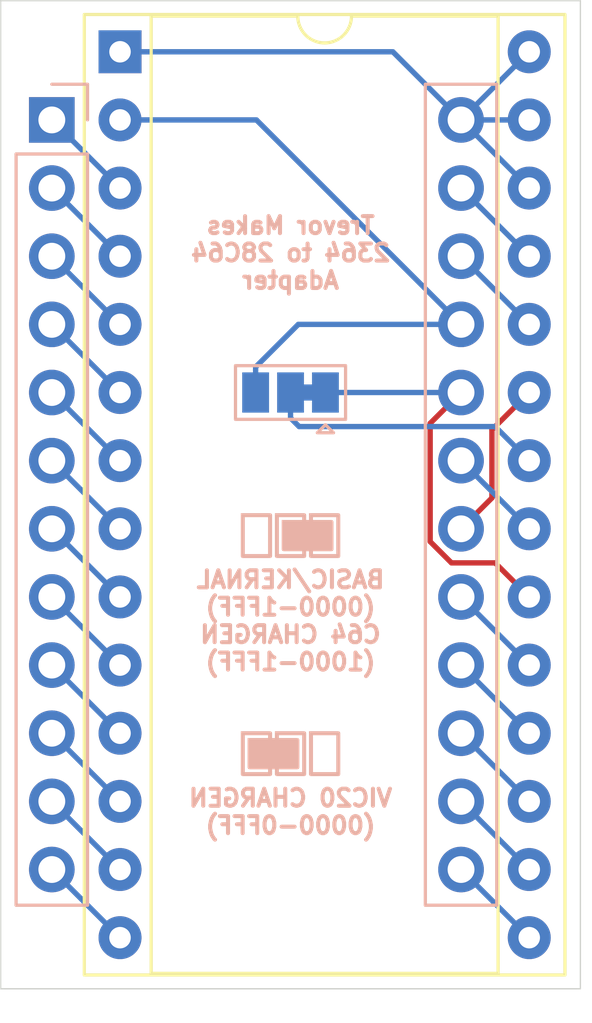
<source format=kicad_pcb>
(kicad_pcb (version 20240108) (generator "pcbnew") (generator_version "8.0")
  (layers (0 "F.Cu" signal) (31 "B.Cu" signal) (34 "B.Paste" user) (35 "F.Paste" user) (36 "B.SilkS" user "B.Silkscreen") (37 "F.SilkS" user "F.Silkscreen") (38 "B.Mask" user) (39 "F.Mask" user) (44 "Edge.Cuts" user))
  (net 0 "")
  (net 1 "Net-(JP1-A)")
  (net 2 "Net-(JP1-B)")
  (net 3 "Net-(JP1-C)")
  (net 4 "Net-(U1-A11)")
  (net 5 "Net-(U1-A4)")
  (net 6 "Net-(U1-A2)")
  (net 7 "Net-(U1-D6)")
  (net 8 "Net-(U1-D7)")
  (net 9 "Net-(U1-A5)")
  (net 10 "Net-(U1-D3)")
  (net 11 "Net-(U1-A0)")
  (net 12 "+5V")
  (net 13 "Net-(U1-A1)")
  (net 14 "Net-(U1-D5)")
  (net 15 "Net-(U1-A6)")
  (net 16 "Net-(U1-D1)")
  (net 17 "Net-(U1-A3)")
  (net 18 "GND")
  (net 19 "Net-(U1-A8)")
  (net 20 "Net-(U1-A7)")
  (net 21 "Net-(U1-D4)")
  (net 22 "Net-(U1-D2)")
  (net 23 "Net-(U1-A10)")
  (net 24 "Net-(U1-D0)")
  (net 25 "Net-(U1-A9)")
  (footprint "Package_DIP:DIP-28_W15.24mm_Socket" (layer "F.Cu") (at 127 73.66)
    (property "Reference" "U1" (hide yes))
    (property "Value" "27C64 Socket")
    (fp_line (start -1.33 -1.39) (end -1.33 34.41) (stroke (width 0.12)) (layer "F.SilkS"))
    (fp_line (start -1.33 34.41) (end 16.57 34.41) (stroke (width 0.12)) (layer "F.SilkS"))
    (fp_line (start 1.16 -1.33) (end 1.16 34.35) (stroke (width 0.12)) (layer "F.SilkS"))
    (fp_line (start 1.16 34.35) (end 14.08 34.35) (stroke (width 0.12)) (layer "F.SilkS"))
    (fp_line (start 6.62 -1.33) (end 1.16 -1.33) (stroke (width 0.12)) (layer "F.SilkS"))
    (fp_line (start 14.08 -1.33) (end 8.62 -1.33) (stroke (width 0.12)) (layer "F.SilkS"))
    (fp_line (start 14.08 34.35) (end 14.08 -1.33) (stroke (width 0.12)) (layer "F.SilkS"))
    (fp_line (start 16.57 -1.39) (end -1.33 -1.39) (stroke (width 0.12)) (layer "F.SilkS"))
    (fp_line (start 16.57 34.41) (end 16.57 -1.39) (stroke (width 0.12)) (layer "F.SilkS"))
    (fp_arc (start 8.62 -1.33) (mid 7.62 -0.33) (end 6.62 -1.33) (stroke (width 0.12)) (layer "F.SilkS"))
    (pad "1" thru_hole rect (at 0 0) (size 1.6 1.6) (drill 0.8) (layers "*.Cu" "*.Mask") (net 12 "+5V"))
    (pad "2" thru_hole oval (at 0 2.54) (size 1.6 1.6) (drill 0.8) (layers "*.Cu" "*.Mask") (net 2 "Net-(JP1-B)"))
    (pad "3" thru_hole oval (at 0 5.08) (size 1.6 1.6) (drill 0.8) (layers "*.Cu" "*.Mask") (net 20 "Net-(U1-A7)"))
    (pad "4" thru_hole oval (at 0 7.62) (size 1.6 1.6) (drill 0.8) (layers "*.Cu" "*.Mask") (net 15 "Net-(U1-A6)"))
    (pad "5" thru_hole oval (at 0 10.16) (size 1.6 1.6) (drill 0.8) (layers "*.Cu" "*.Mask") (net 9 "Net-(U1-A5)"))
    (pad "6" thru_hole oval (at 0 12.7) (size 1.6 1.6) (drill 0.8) (layers "*.Cu" "*.Mask") (net 5 "Net-(U1-A4)"))
    (pad "7" thru_hole oval (at 0 15.24) (size 1.6 1.6) (drill 0.8) (layers "*.Cu" "*.Mask") (net 17 "Net-(U1-A3)"))
    (pad "8" thru_hole oval (at 0 17.78) (size 1.6 1.6) (drill 0.8) (layers "*.Cu" "*.Mask") (net 6 "Net-(U1-A2)"))
    (pad "9" thru_hole oval (at 0 20.32) (size 1.6 1.6) (drill 0.8) (layers "*.Cu" "*.Mask") (net 13 "Net-(U1-A1)"))
    (pad "10" thru_hole oval (at 0 22.86) (size 1.6 1.6) (drill 0.8) (layers "*.Cu" "*.Mask") (net 11 "Net-(U1-A0)"))
    (pad "11" thru_hole oval (at 0 25.4) (size 1.6 1.6) (drill 0.8) (layers "*.Cu" "*.Mask") (net 24 "Net-(U1-D0)"))
    (pad "12" thru_hole oval (at 0 27.94) (size 1.6 1.6) (drill 0.8) (layers "*.Cu" "*.Mask") (net 16 "Net-(U1-D1)"))
    (pad "13" thru_hole oval (at 0 30.48) (size 1.6 1.6) (drill 0.8) (layers "*.Cu" "*.Mask") (net 22 "Net-(U1-D2)"))
    (pad "14" thru_hole oval (at 0 33.02) (size 1.6 1.6) (drill 0.8) (layers "*.Cu" "*.Mask") (net 18 "GND"))
    (pad "15" thru_hole oval (at 15.24 33.02) (size 1.6 1.6) (drill 0.8) (layers "*.Cu" "*.Mask") (net 10 "Net-(U1-D3)"))
    (pad "16" thru_hole oval (at 15.24 30.48) (size 1.6 1.6) (drill 0.8) (layers "*.Cu" "*.Mask") (net 21 "Net-(U1-D4)"))
    (pad "17" thru_hole oval (at 15.24 27.94) (size 1.6 1.6) (drill 0.8) (layers "*.Cu" "*.Mask") (net 14 "Net-(U1-D5)"))
    (pad "18" thru_hole oval (at 15.24 25.4) (size 1.6 1.6) (drill 0.8) (layers "*.Cu" "*.Mask") (net 7 "Net-(U1-D6)"))
    (pad "19" thru_hole oval (at 15.24 22.86) (size 1.6 1.6) (drill 0.8) (layers "*.Cu" "*.Mask") (net 8 "Net-(U1-D7)"))
    (pad "20" thru_hole oval (at 15.24 20.32) (size 1.6 1.6) (drill 0.8) (layers "*.Cu" "*.Mask") (net 1 "Net-(JP1-A)"))
    (pad "21" thru_hole oval (at 15.24 17.78) (size 1.6 1.6) (drill 0.8) (layers "*.Cu" "*.Mask") (net 23 "Net-(U1-A10)"))
    (pad "22" thru_hole oval (at 15.24 15.24) (size 1.6 1.6) (drill 0.8) (layers "*.Cu" "*.Mask") (net 3 "Net-(JP1-C)"))
    (pad "23" thru_hole oval (at 15.24 12.7) (size 1.6 1.6) (drill 0.8) (layers "*.Cu" "*.Mask") (net 4 "Net-(U1-A11)"))
    (pad "24" thru_hole oval (at 15.24 10.16) (size 1.6 1.6) (drill 0.8) (layers "*.Cu" "*.Mask") (net 25 "Net-(U1-A9)"))
    (pad "25" thru_hole oval (at 15.24 7.62) (size 1.6 1.6) (drill 0.8) (layers "*.Cu" "*.Mask") (net 19 "Net-(U1-A8)"))
    (pad "26" thru_hole oval (at 15.24 5.08) (size 1.6 1.6) (drill 0.8) (layers "*.Cu" "*.Mask") (net 12 "+5V"))
    (pad "27" thru_hole oval (at 15.24 2.54) (size 1.6 1.6) (drill 0.8) (layers "*.Cu" "*.Mask") (net 12 "+5V"))
    (pad "28" thru_hole oval (at 15.24 0) (size 1.6 1.6) (drill 0.8) (layers "*.Cu" "*.Mask") (net 12 "+5V"))
  )
  (footprint "rom adapter:PinHeaderSocket_2x12_P2.54mm_W15.24mm" (layer "B.Cu") (at 139.7 76.2 180)
    (property "Reference" "U2" (hide yes))
    (property "Value" "2364 Socket")
    (fp_line (start 16.57 -1.27) (end 13.91 -1.27) (stroke (width 0.12)) (layer "B.SilkS"))
    (fp_line (start 16.57 -29.27) (end 16.57 -1.27) (stroke (width 0.12)) (layer "B.SilkS"))
    (fp_line (start 16.57 -29.27) (end 13.91 -29.27) (stroke (width 0.12)) (layer "B.SilkS"))
    (fp_line (start 15.24 1.33) (end 13.91 1.33) (stroke (width 0.12)) (layer "B.SilkS"))
    (fp_line (start 13.91 1.33) (end 13.91 0) (stroke (width 0.12)) (layer "B.SilkS"))
    (fp_line (start 13.91 -29.27) (end 13.91 -1.27) (stroke (width 0.12)) (layer "B.SilkS"))
    (fp_line (start 1.33 1.33) (end -1.33 1.33) (stroke (width 0.12)) (layer "B.SilkS"))
    (fp_line (start 1.33 -29.27) (end 1.33 1.33) (stroke (width 0.12)) (layer "B.SilkS"))
    (fp_line (start 1.33 -29.27) (end -1.33 -29.27) (stroke (width 0.12)) (layer "B.SilkS"))
    (fp_line (start -1.33 -29.27) (end -1.33 1.33) (stroke (width 0.12)) (layer "B.SilkS"))
    (pad "1" thru_hole rect (at 15.24 0 180) (size 1.7 1.7) (drill 1) (layers "*.Cu" "*.Mask") (net 20 "Net-(U1-A7)"))
    (pad "2" thru_hole oval (at 15.24 -2.54 180) (size 1.7 1.7) (drill 1) (layers "*.Cu" "*.Mask") (net 15 "Net-(U1-A6)"))
    (pad "3" thru_hole oval (at 15.24 -5.08 180) (size 1.7 1.7) (drill 1) (layers "*.Cu" "*.Mask") (net 9 "Net-(U1-A5)"))
    (pad "4" thru_hole oval (at 15.24 -7.62 180) (size 1.7 1.7) (drill 1) (layers "*.Cu" "*.Mask") (net 5 "Net-(U1-A4)"))
    (pad "5" thru_hole oval (at 15.24 -10.16 180) (size 1.7 1.7) (drill 1) (layers "*.Cu" "*.Mask") (net 17 "Net-(U1-A3)"))
    (pad "6" thru_hole oval (at 15.24 -12.7 180) (size 1.7 1.7) (drill 1) (layers "*.Cu" "*.Mask") (net 6 "Net-(U1-A2)"))
    (pad "7" thru_hole oval (at 15.24 -15.24 180) (size 1.7 1.7) (drill 1) (layers "*.Cu" "*.Mask") (net 13 "Net-(U1-A1)"))
    (pad "8" thru_hole oval (at 15.24 -17.78 180) (size 1.7 1.7) (drill 1) (layers "*.Cu" "*.Mask") (net 11 "Net-(U1-A0)"))
    (pad "9" thru_hole oval (at 15.24 -20.32 180) (size 1.7 1.7) (drill 1) (layers "*.Cu" "*.Mask") (net 24 "Net-(U1-D0)"))
    (pad "10" thru_hole oval (at 15.24 -22.86 180) (size 1.7 1.7) (drill 1) (layers "*.Cu" "*.Mask") (net 16 "Net-(U1-D1)"))
    (pad "11" thru_hole oval (at 15.24 -25.4 180) (size 1.7 1.7) (drill 1) (layers "*.Cu" "*.Mask") (net 22 "Net-(U1-D2)"))
    (pad "12" thru_hole oval (at 15.24 -27.94 180) (size 1.7 1.7) (drill 1) (layers "*.Cu" "*.Mask") (net 18 "GND"))
    (pad "13" thru_hole oval (at 0 -27.94 180) (size 1.7 1.7) (drill 1) (layers "*.Cu" "*.Mask") (net 10 "Net-(U1-D3)"))
    (pad "14" thru_hole oval (at 0 -25.4 180) (size 1.7 1.7) (drill 1) (layers "*.Cu" "*.Mask") (net 21 "Net-(U1-D4)"))
    (pad "15" thru_hole oval (at 0 -22.86 180) (size 1.7 1.7) (drill 1) (layers "*.Cu" "*.Mask") (net 14 "Net-(U1-D5)"))
    (pad "16" thru_hole oval (at 0 -20.32 180) (size 1.7 1.7) (drill 1) (layers "*.Cu" "*.Mask") (net 7 "Net-(U1-D6)"))
    (pad "17" thru_hole oval (at 0 -17.78 180) (size 1.7 1.7) (drill 1) (layers "*.Cu" "*.Mask") (net 8 "Net-(U1-D7)"))
    (pad "18" thru_hole oval (at 0 -15.24 180) (size 1.7 1.7) (drill 1) (layers "*.Cu" "*.Mask") (net 4 "Net-(U1-A11)"))
    (pad "19" thru_hole oval (at 0 -12.7 180) (size 1.7 1.7) (drill 1) (layers "*.Cu" "*.Mask") (net 23 "Net-(U1-A10)"))
    (pad "20" thru_hole oval (at 0 -10.16 180) (size 1.7 1.7) (drill 1) (layers "*.Cu" "*.Mask") (net 1 "Net-(JP1-A)"))
    (pad "21" thru_hole oval (at 0 -7.62 180) (size 1.7 1.7) (drill 1) (layers "*.Cu" "*.Mask") (net 2 "Net-(JP1-B)"))
    (pad "22" thru_hole oval (at 0 -5.08 180) (size 1.7 1.7) (drill 1) (layers "*.Cu" "*.Mask") (net 25 "Net-(U1-A9)"))
    (pad "23" thru_hole oval (at 0 -2.54 180) (size 1.7 1.7) (drill 1) (layers "*.Cu" "*.Mask") (net 19 "Net-(U1-A8)"))
    (pad "24" thru_hole oval (at 0 0 180) (size 1.7 1.7) (drill 1) (layers "*.Cu" "*.Mask") (net 12 "+5V"))
  )
  (footprint "Jumper:SolderJumper-3_P1.3mm_Bridged12_Pad1.0x1.5mm" (layer "B.Cu") (at 133.35 86.36 180)
    (property "Reference" "JP1" (hide yes))
    (property "Value" "SolderJumper_3_Bridged12")
    (fp_poly (pts (xy -0.9 0.3) (xy -0.4 0.3) (xy -0.4 -0.3) (xy -0.9 -0.3)) (fill solid) (layer "B.Cu"))
    (fp_line (start 2.05 1) (end -2.05 1) (stroke (width 0.12)) (layer "B.SilkS"))
    (fp_line (start 2.05 -1) (end 2.05 1) (stroke (width 0.12)) (layer "B.SilkS"))
    (fp_line (start -1 -1.5) (end -1.3 -1.2) (stroke (width 0.12)) (layer "B.SilkS"))
    (fp_line (start -1 -1.5) (end -1.6 -1.5) (stroke (width 0.12)) (layer "B.SilkS"))
    (fp_line (start -1.6 -1.5) (end -1.3 -1.2) (stroke (width 0.12)) (layer "B.SilkS"))
    (fp_line (start -2.05 1) (end -2.05 -1) (stroke (width 0.12)) (layer "B.SilkS"))
    (fp_line (start -2.05 -1) (end 2.05 -1) (stroke (width 0.12)) (layer "B.SilkS"))
    (pad "1" smd rect (at -1.3 0 180) (size 1 1.5) (layers "B.Cu" "B.Mask") (net 1 "Net-(JP1-A)"))
    (pad "2" smd rect (at 0 0 180) (size 1 1.5) (layers "B.Cu" "B.Mask") (net 3 "Net-(JP1-C)"))
    (pad "3" smd rect (at 1.3 0 180) (size 1 1.5) (layers "B.Cu" "B.Mask") (net 2 "Net-(JP1-B)"))
  )
  (gr_rect (start 132.842 99.06) (end 133.858 100.584) (stroke (width 0.15)) (fill none) (layer "B.SilkS"))
  (gr_rect (start 133.096 91.186) (end 134.874 92.202) (stroke (width 0.15)) (fill solid) (layer "B.SilkS"))
  (gr_rect (start 134.112 90.932) (end 135.128 92.456) (stroke (width 0.15)) (fill none) (layer "B.SilkS"))
  (gr_rect (start 134.112 99.06) (end 135.128 100.584) (stroke (width 0.15)) (fill none) (layer "B.SilkS"))
  (gr_rect (start 131.572 90.932) (end 132.588 92.456) (stroke (width 0.15)) (fill none) (layer "B.SilkS"))
  (gr_rect (start 132.842 90.932) (end 133.858 92.456) (stroke (width 0.15)) (fill none) (layer "B.SilkS"))
  (gr_rect (start 131.572 99.06) (end 132.588 100.584) (stroke (width 0.15)) (fill none) (layer "B.SilkS"))
  (gr_rect (start 131.826 99.314) (end 133.604 100.33) (stroke (width 0.15)) (fill solid) (layer "B.SilkS"))
  (gr_rect (start 122.555 71.755) (end 144.145 108.585) (stroke (width 0.05)) (fill none) (layer "Edge.Cuts"))
  (gr_text "BASIC/KERNAL\n(0000-1FFF)\nC64 CHARGEN\n(1000-1FFF)" (at 133.35 96.774 0) (layer "B.SilkS") (effects (font (size 0.635 0.635) (thickness 0.15) (bold yes)) (justify bottom mirror)))
  (gr_text "VIC20 CHARGEN\n(0000-0FFF)" (at 133.35 102.87 0) (layer "B.SilkS") (effects (font (size 0.635 0.635) (thickness 0.15) (bold yes)) (justify bottom mirror)))
  (gr_text "Trevor Makes\n2364 to 28C64\nAdapter" (at 133.35 82.55 0) (layer "B.SilkS") (effects (font (size 0.635 0.635) (thickness 0.15) (bold yes)) (justify bottom mirror)))
  (segment (start 138.55 91.916346) (end 139.343654 92.71) (width 0.2) (layer "F.Cu") (net 1))
  (segment (start 139.7 86.36) (end 138.55 87.51) (width 0.2) (layer "F.Cu") (net 1))
  (segment (start 138.55 87.51) (end 138.55 91.916346) (width 0.2) (layer "F.Cu") (net 1))
  (segment (start 139.343654 92.71) (end 140.97 92.71) (width 0.2) (layer "F.Cu") (net 1))
  (segment (start 140.97 92.71) (end 142.24 93.98) (width 0.2) (layer "F.Cu") (net 1))
  (segment (start 139.7 86.36) (end 134.65 86.36) (width 0.2) (layer "B.Cu") (net 1))
  (segment (start 132.05 86.36) (end 132.05 85.41) (width 0.2) (layer "B.Cu") (net 2))
  (segment (start 127 76.2) (end 132.08 76.2) (width 0.2) (layer "B.Cu") (net 2))
  (segment (start 132.08 76.2) (end 139.7 83.82) (width 0.2) (layer "B.Cu") (net 2))
  (segment (start 133.64 83.82) (end 139.7 83.82) (width 0.2) (layer "B.Cu") (net 2))
  (segment (start 132.05 85.41) (end 133.64 83.82) (width 0.2) (layer "B.Cu") (net 2))
  (segment (start 140.97 87.63) (end 142.24 88.9) (width 0.2) (layer "B.Cu") (net 3))
  (segment (start 133.67 87.63) (end 140.97 87.63) (width 0.2) (layer "B.Cu") (net 3))
  (segment (start 133.35 87.31) (end 133.67 87.63) (width 0.2) (layer "B.Cu") (net 3))
  (segment (start 133.35 86.36) (end 133.35 87.31) (width 0.2) (layer "B.Cu") (net 3))
  (segment (start 140.85 87.75) (end 140.85 90.29) (width 0.2) (layer "F.Cu") (net 4))
  (segment (start 142.24 86.36) (end 140.85 87.75) (width 0.2) (layer "F.Cu") (net 4))
  (segment (start 140.85 90.29) (end 139.7 91.44) (width 0.2) (layer "F.Cu") (net 4))
  (segment (start 127 86.36) (end 124.46 83.82) (width 0.2) (layer "B.Cu") (net 5))
  (segment (start 127 91.44) (end 124.46 88.9) (width 0.2) (layer "B.Cu") (net 6))
  (segment (start 139.7 96.52) (end 142.24 99.06) (width 0.2) (layer "B.Cu") (net 7))
  (segment (start 139.7 93.98) (end 142.24 96.52) (width 0.2) (layer "B.Cu") (net 8))
  (segment (start 127 83.82) (end 124.46 81.28) (width 0.2) (layer "B.Cu") (net 9))
  (segment (start 139.7 104.14) (end 142.24 106.68) (width 0.2) (layer "B.Cu") (net 10))
  (segment (start 127 96.52) (end 124.46 93.98) (width 0.2) (layer "B.Cu") (net 11))
  (segment (start 139.7 76.2) (end 142.24 78.74) (width 0.2) (layer "B.Cu") (net 12))
  (segment (start 139.7 76.2) (end 142.24 76.2) (width 0.2) (layer "B.Cu") (net 12))
  (segment (start 137.16 73.66) (end 127 73.66) (width 0.2) (layer "B.Cu") (net 12))
  (segment (start 139.7 76.2) (end 137.16 73.66) (width 0.2) (layer "B.Cu") (net 12))
  (segment (start 139.7 76.2) (end 142.24 73.66) (width 0.2) (layer "B.Cu") (net 12))
  (segment (start 127 93.98) (end 124.46 91.44) (width 0.2) (layer "B.Cu") (net 13))
  (segment (start 139.7 99.06) (end 142.24 101.6) (width 0.2) (layer "B.Cu") (net 14))
  (segment (start 127 81.28) (end 124.46 78.74) (width 0.2) (layer "B.Cu") (net 15))
  (segment (start 127 101.6) (end 124.46 99.06) (width 0.2) (layer "B.Cu") (net 16))
  (segment (start 127 88.9) (end 124.46 86.36) (width 0.2) (layer "B.Cu") (net 17))
  (segment (start 127 106.68) (end 124.46 104.14) (width 0.2) (layer "B.Cu") (net 18))
  (segment (start 139.7 78.74) (end 142.24 81.28) (width 0.2) (layer "B.Cu") (net 19))
  (segment (start 127 78.74) (end 124.46 76.2) (width 0.2) (layer "B.Cu") (net 20))
  (segment (start 139.7 101.6) (end 142.24 104.14) (width 0.2) (layer "B.Cu") (net 21))
  (segment (start 127 104.14) (end 124.46 101.6) (width 0.2) (layer "B.Cu") (net 22))
  (segment (start 139.7 88.9) (end 142.24 91.44) (width 0.2) (layer "B.Cu") (net 23))
  (segment (start 127 99.06) (end 124.46 96.52) (width 0.2) (layer "B.Cu") (net 24))
  (segment (start 139.7 81.28) (end 142.24 83.82) (width 0.2) (layer "B.Cu") (net 25))
)
</source>
